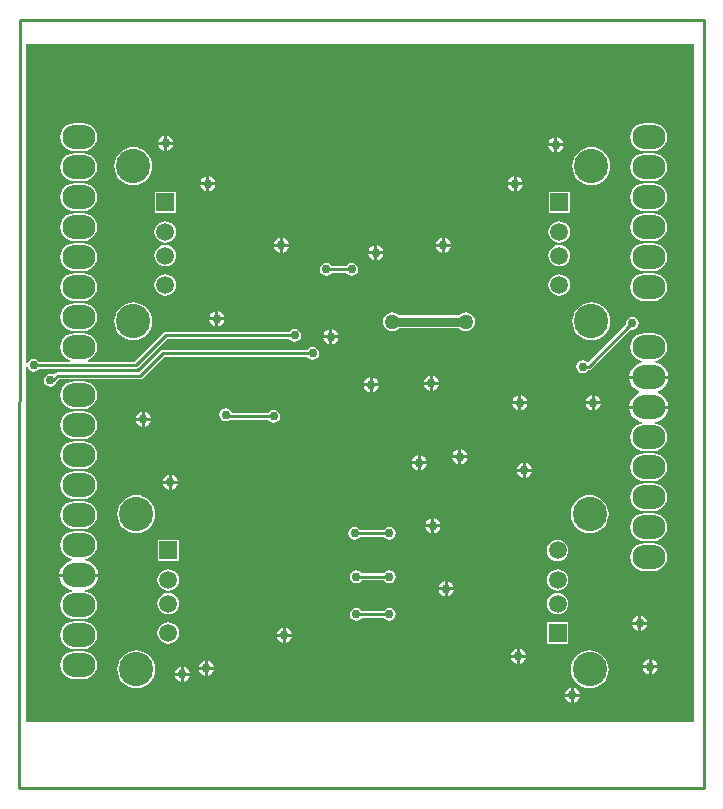
<source format=gbl>
G04 Layer_Physical_Order=2*
G04 Layer_Color=11436288*
%FSLAX25Y25*%
%MOIN*%
G70*
G01*
G75*
%ADD24C,0.01000*%
%ADD25C,0.03000*%
%ADD26C,0.05906*%
%ADD27R,0.05906X0.05906*%
%ADD28C,0.11417*%
%ADD29O,0.11000X0.08000*%
%ADD30C,0.03000*%
%ADD31C,0.05000*%
G36*
X400000Y277500D02*
X177500D01*
Y395741D01*
X178000Y395790D01*
X178022Y395681D01*
X178486Y394986D01*
X179181Y394522D01*
X180000Y394359D01*
X180819Y394522D01*
X181514Y394986D01*
X181776Y395378D01*
X214000D01*
X214000Y395378D01*
X214429Y395464D01*
X214793Y395707D01*
X224465Y405378D01*
X265224D01*
X265486Y404986D01*
X266181Y404522D01*
X267000Y404359D01*
X267819Y404522D01*
X268514Y404986D01*
X268978Y405681D01*
X269141Y406500D01*
X268978Y407319D01*
X268514Y408014D01*
X267819Y408478D01*
X267000Y408641D01*
X266181Y408478D01*
X265486Y408014D01*
X265224Y407621D01*
X224000D01*
X224000Y407622D01*
X223571Y407536D01*
X223207Y407293D01*
X223207Y407293D01*
X213535Y397621D01*
X198049D01*
X197950Y398122D01*
X198820Y398482D01*
X199781Y399219D01*
X200518Y400180D01*
X200982Y401299D01*
X201140Y402500D01*
X200982Y403701D01*
X200518Y404820D01*
X199781Y405781D01*
X198820Y406518D01*
X197701Y406982D01*
X196500Y407140D01*
X193500D01*
X192299Y406982D01*
X191180Y406518D01*
X190219Y405781D01*
X189482Y404820D01*
X189018Y403701D01*
X188860Y402500D01*
X189018Y401299D01*
X189482Y400180D01*
X190219Y399219D01*
X191180Y398482D01*
X192050Y398122D01*
X191951Y397621D01*
X181776D01*
X181514Y398014D01*
X180819Y398478D01*
X180000Y398641D01*
X179181Y398478D01*
X178486Y398014D01*
X178022Y397319D01*
X178000Y397210D01*
X177500Y397259D01*
Y503500D01*
X400000D01*
Y277500D01*
D02*
G37*
%LPC*%
G36*
X312500Y345449D02*
X312024Y345355D01*
X311198Y344802D01*
X310645Y343975D01*
X310550Y343500D01*
X312500D01*
Y345449D01*
D02*
G37*
G36*
X313500D02*
Y343500D01*
X315450D01*
X315355Y343975D01*
X314802Y344802D01*
X313976Y345355D01*
X313500Y345449D01*
D02*
G37*
G36*
X298500Y342641D02*
X297681Y342478D01*
X296986Y342014D01*
X296724Y341621D01*
X288776D01*
X288514Y342014D01*
X287819Y342478D01*
X287000Y342641D01*
X286181Y342478D01*
X285486Y342014D01*
X285022Y341319D01*
X284859Y340500D01*
X285022Y339681D01*
X285486Y338986D01*
X286181Y338522D01*
X287000Y338359D01*
X287819Y338522D01*
X288514Y338986D01*
X288776Y339378D01*
X296724D01*
X296986Y338986D01*
X297681Y338522D01*
X298500Y338359D01*
X299319Y338522D01*
X300014Y338986D01*
X300478Y339681D01*
X300641Y340500D01*
X300478Y341319D01*
X300014Y342014D01*
X299319Y342478D01*
X298500Y342641D01*
D02*
G37*
G36*
X196500Y351140D02*
X193500D01*
X192299Y350982D01*
X191180Y350518D01*
X190219Y349781D01*
X189482Y348820D01*
X189018Y347701D01*
X188860Y346500D01*
X189018Y345299D01*
X189482Y344180D01*
X190219Y343219D01*
X191180Y342482D01*
X192299Y342018D01*
X193500Y341860D01*
X196500D01*
X197701Y342018D01*
X198820Y342482D01*
X199781Y343219D01*
X200518Y344180D01*
X200982Y345299D01*
X201140Y346500D01*
X200982Y347701D01*
X200518Y348820D01*
X199781Y349781D01*
X198820Y350518D01*
X197701Y350982D01*
X196500Y351140D01*
D02*
G37*
G36*
X386500Y357140D02*
X383500D01*
X382299Y356982D01*
X381180Y356518D01*
X380219Y355781D01*
X379482Y354820D01*
X379018Y353701D01*
X378860Y352500D01*
X379018Y351299D01*
X379482Y350180D01*
X380219Y349219D01*
X381180Y348482D01*
X382299Y348018D01*
X383500Y347860D01*
X386500D01*
X387701Y348018D01*
X388820Y348482D01*
X389781Y349219D01*
X390518Y350180D01*
X390982Y351299D01*
X391140Y352500D01*
X390982Y353701D01*
X390518Y354820D01*
X389781Y355781D01*
X388820Y356518D01*
X387701Y356982D01*
X386500Y357140D01*
D02*
G37*
G36*
X227950Y357000D02*
X226000D01*
Y355050D01*
X226476Y355145D01*
X227302Y355698D01*
X227855Y356524D01*
X227950Y357000D01*
D02*
G37*
G36*
X386500Y367140D02*
X383500D01*
X382299Y366982D01*
X381180Y366518D01*
X380219Y365781D01*
X379482Y364820D01*
X379018Y363701D01*
X378860Y362500D01*
X379018Y361299D01*
X379482Y360180D01*
X380219Y359219D01*
X381180Y358482D01*
X382299Y358018D01*
X383500Y357860D01*
X386500D01*
X387701Y358018D01*
X388820Y358482D01*
X389781Y359219D01*
X390518Y360180D01*
X390982Y361299D01*
X391140Y362500D01*
X390982Y363701D01*
X390518Y364820D01*
X389781Y365781D01*
X388820Y366518D01*
X387701Y366982D01*
X386500Y367140D01*
D02*
G37*
G36*
X196500Y361140D02*
X193500D01*
X192299Y360982D01*
X191180Y360518D01*
X190219Y359781D01*
X189482Y358820D01*
X189018Y357701D01*
X188860Y356500D01*
X189018Y355299D01*
X189482Y354180D01*
X190219Y353219D01*
X191180Y352482D01*
X192299Y352018D01*
X193500Y351860D01*
X196500D01*
X197701Y352018D01*
X198820Y352482D01*
X199781Y353219D01*
X200518Y354180D01*
X200982Y355299D01*
X201140Y356500D01*
X200982Y357701D01*
X200518Y358820D01*
X199781Y359781D01*
X198820Y360518D01*
X197701Y360982D01*
X196500Y361140D01*
D02*
G37*
G36*
X225000Y357000D02*
X223050D01*
X223145Y356524D01*
X223698Y355698D01*
X224524Y355145D01*
X225000Y355050D01*
Y357000D01*
D02*
G37*
G36*
X315450Y342500D02*
X313500D01*
Y340550D01*
X313976Y340645D01*
X314802Y341198D01*
X315355Y342024D01*
X315450Y342500D01*
D02*
G37*
G36*
X386500Y337140D02*
X383500D01*
X382299Y336982D01*
X381180Y336518D01*
X380219Y335781D01*
X379482Y334820D01*
X379018Y333701D01*
X378860Y332500D01*
X379018Y331299D01*
X379482Y330180D01*
X380219Y329219D01*
X381180Y328482D01*
X382299Y328018D01*
X383500Y327860D01*
X386500D01*
X387701Y328018D01*
X388820Y328482D01*
X389781Y329219D01*
X390518Y330180D01*
X390982Y331299D01*
X391140Y332500D01*
X390982Y333701D01*
X390518Y334820D01*
X389781Y335781D01*
X388820Y336518D01*
X387701Y336982D01*
X386500Y337140D01*
D02*
G37*
G36*
X354665Y338363D02*
X353738Y338241D01*
X352874Y337883D01*
X352132Y337313D01*
X351562Y336571D01*
X351204Y335707D01*
X351082Y334780D01*
X351204Y333852D01*
X351562Y332988D01*
X352132Y332246D01*
X352874Y331676D01*
X353738Y331318D01*
X354665Y331196D01*
X355593Y331318D01*
X356457Y331676D01*
X357199Y332246D01*
X357769Y332988D01*
X358127Y333852D01*
X358249Y334780D01*
X358127Y335707D01*
X357769Y336571D01*
X357199Y337313D01*
X356457Y337883D01*
X355593Y338241D01*
X354665Y338363D01*
D02*
G37*
G36*
X298500Y328141D02*
X297681Y327978D01*
X296986Y327514D01*
X296724Y327121D01*
X289276D01*
X289014Y327514D01*
X288319Y327978D01*
X287500Y328141D01*
X286681Y327978D01*
X285986Y327514D01*
X285522Y326819D01*
X285359Y326000D01*
X285522Y325181D01*
X285986Y324486D01*
X286681Y324022D01*
X287500Y323859D01*
X288319Y324022D01*
X289014Y324486D01*
X289276Y324879D01*
X296724D01*
X296986Y324486D01*
X297681Y324022D01*
X298500Y323859D01*
X299319Y324022D01*
X300014Y324486D01*
X300478Y325181D01*
X300641Y326000D01*
X300478Y326819D01*
X300014Y327514D01*
X299319Y327978D01*
X298500Y328141D01*
D02*
G37*
G36*
X318000Y324449D02*
Y322500D01*
X319950D01*
X319855Y322975D01*
X319302Y323802D01*
X318476Y324355D01*
X318000Y324449D01*
D02*
G37*
G36*
X196500Y341140D02*
X193500D01*
X192299Y340982D01*
X191180Y340518D01*
X190219Y339781D01*
X189482Y338820D01*
X189018Y337701D01*
X188860Y336500D01*
X189018Y335299D01*
X189482Y334180D01*
X190219Y333219D01*
X191180Y332482D01*
X192299Y332018D01*
X192789Y331954D01*
Y331450D01*
X192195Y331371D01*
X190978Y330868D01*
X189934Y330066D01*
X189132Y329022D01*
X188629Y327805D01*
X188523Y327000D01*
X201477D01*
X201371Y327805D01*
X200868Y329022D01*
X200066Y330066D01*
X199022Y330868D01*
X197805Y331371D01*
X197211Y331450D01*
Y331954D01*
X197701Y332018D01*
X198820Y332482D01*
X199781Y333219D01*
X200518Y334180D01*
X200982Y335299D01*
X201140Y336500D01*
X200982Y337701D01*
X200518Y338820D01*
X199781Y339781D01*
X198820Y340518D01*
X197701Y340982D01*
X196500Y341140D01*
D02*
G37*
G36*
X365335Y353205D02*
X364098Y353083D01*
X362909Y352723D01*
X361813Y352137D01*
X360852Y351349D01*
X360064Y350388D01*
X359478Y349292D01*
X359117Y348103D01*
X358996Y346866D01*
X359117Y345629D01*
X359478Y344440D01*
X360064Y343344D01*
X360852Y342384D01*
X361813Y341595D01*
X362909Y341009D01*
X364098Y340649D01*
X365335Y340527D01*
X366571Y340649D01*
X367760Y341009D01*
X368857Y341595D01*
X369817Y342384D01*
X370605Y343344D01*
X371191Y344440D01*
X371552Y345629D01*
X371674Y346866D01*
X371552Y348103D01*
X371191Y349292D01*
X370605Y350388D01*
X369817Y351349D01*
X368857Y352137D01*
X367760Y352723D01*
X366571Y353083D01*
X365335Y353205D01*
D02*
G37*
G36*
X312500Y342500D02*
X310550D01*
X310645Y342024D01*
X311198Y341198D01*
X312024Y340645D01*
X312500Y340550D01*
Y342500D01*
D02*
G37*
G36*
X214165Y353205D02*
X212929Y353083D01*
X211739Y352723D01*
X210644Y352137D01*
X209683Y351349D01*
X208894Y350388D01*
X208309Y349292D01*
X207948Y348103D01*
X207826Y346866D01*
X207948Y345629D01*
X208309Y344440D01*
X208894Y343344D01*
X209683Y342384D01*
X210644Y341595D01*
X211739Y341009D01*
X212929Y340649D01*
X214165Y340527D01*
X215402Y340649D01*
X216591Y341009D01*
X217687Y341595D01*
X218648Y342384D01*
X219436Y343344D01*
X220022Y344440D01*
X220383Y345629D01*
X220504Y346866D01*
X220383Y348103D01*
X220022Y349292D01*
X219436Y350388D01*
X218648Y351349D01*
X217687Y352137D01*
X216591Y352723D01*
X215402Y353083D01*
X214165Y353205D01*
D02*
G37*
G36*
X228387Y338332D02*
X221282D01*
Y331227D01*
X228387D01*
Y338332D01*
D02*
G37*
G36*
X386500Y347140D02*
X383500D01*
X382299Y346982D01*
X381180Y346518D01*
X380219Y345781D01*
X379482Y344820D01*
X379018Y343701D01*
X378860Y342500D01*
X379018Y341299D01*
X379482Y340180D01*
X380219Y339219D01*
X381180Y338482D01*
X382299Y338018D01*
X383500Y337860D01*
X386500D01*
X387701Y338018D01*
X388820Y338482D01*
X389781Y339219D01*
X390518Y340180D01*
X390982Y341299D01*
X391140Y342500D01*
X390982Y343701D01*
X390518Y344820D01*
X389781Y345781D01*
X388820Y346518D01*
X387701Y346982D01*
X386500Y347140D01*
D02*
G37*
G36*
X322500Y368449D02*
Y366500D01*
X324449D01*
X324355Y366975D01*
X323802Y367802D01*
X322975Y368355D01*
X322500Y368449D01*
D02*
G37*
G36*
X391477Y382000D02*
X378523D01*
X378629Y381195D01*
X379133Y379978D01*
X379934Y378934D01*
X380978Y378133D01*
X382195Y377629D01*
X382789Y377550D01*
Y377046D01*
X382299Y376982D01*
X381180Y376518D01*
X380219Y375781D01*
X379482Y374820D01*
X379018Y373701D01*
X378860Y372500D01*
X379018Y371299D01*
X379482Y370180D01*
X380219Y369219D01*
X381180Y368482D01*
X382299Y368018D01*
X383500Y367860D01*
X386500D01*
X387701Y368018D01*
X388820Y368482D01*
X389781Y369219D01*
X390518Y370180D01*
X390982Y371299D01*
X391140Y372500D01*
X390982Y373701D01*
X390518Y374820D01*
X389781Y375781D01*
X388820Y376518D01*
X387701Y376982D01*
X387211Y377046D01*
Y377550D01*
X387805Y377629D01*
X389022Y378133D01*
X390066Y378934D01*
X390867Y379978D01*
X391371Y381195D01*
X391477Y382000D01*
D02*
G37*
G36*
X321500Y368449D02*
X321024Y368355D01*
X320198Y367802D01*
X319645Y366975D01*
X319550Y366500D01*
X321500D01*
Y368449D01*
D02*
G37*
G36*
X308000Y366449D02*
X307524Y366355D01*
X306698Y365802D01*
X306145Y364976D01*
X306050Y364500D01*
X308000D01*
Y366449D01*
D02*
G37*
G36*
X309000D02*
Y364500D01*
X310949D01*
X310855Y364976D01*
X310302Y365802D01*
X309475Y366355D01*
X309000Y366449D01*
D02*
G37*
G36*
X244000Y382141D02*
X243181Y381978D01*
X242486Y381514D01*
X242022Y380819D01*
X241859Y380000D01*
X242022Y379181D01*
X242486Y378486D01*
X243181Y378022D01*
X244000Y377859D01*
X244819Y378022D01*
X245353Y378379D01*
X258224D01*
X258486Y377986D01*
X259181Y377522D01*
X260000Y377359D01*
X260819Y377522D01*
X261514Y377986D01*
X261978Y378681D01*
X262141Y379500D01*
X261978Y380319D01*
X261514Y381014D01*
X260819Y381478D01*
X260000Y381641D01*
X259181Y381478D01*
X258486Y381014D01*
X258224Y380622D01*
X246018D01*
X245978Y380819D01*
X245514Y381514D01*
X244819Y381978D01*
X244000Y382141D01*
D02*
G37*
G36*
X216000Y380949D02*
X215525Y380855D01*
X214698Y380302D01*
X214145Y379475D01*
X214051Y379000D01*
X216000D01*
Y380949D01*
D02*
G37*
G36*
X218950Y378000D02*
X217000D01*
Y376050D01*
X217476Y376145D01*
X218302Y376698D01*
X218855Y377524D01*
X218950Y378000D01*
D02*
G37*
G36*
X196500Y381140D02*
X193500D01*
X192299Y380982D01*
X191180Y380518D01*
X190219Y379781D01*
X189482Y378820D01*
X189018Y377701D01*
X188860Y376500D01*
X189018Y375299D01*
X189482Y374180D01*
X190219Y373219D01*
X191180Y372482D01*
X192299Y372018D01*
X193500Y371860D01*
X196500D01*
X197701Y372018D01*
X198820Y372482D01*
X199781Y373219D01*
X200518Y374180D01*
X200982Y375299D01*
X201140Y376500D01*
X200982Y377701D01*
X200518Y378820D01*
X199781Y379781D01*
X198820Y380518D01*
X197701Y380982D01*
X196500Y381140D01*
D02*
G37*
G36*
X216000Y378000D02*
X214051D01*
X214145Y377524D01*
X214698Y376698D01*
X215525Y376145D01*
X216000Y376050D01*
Y378000D01*
D02*
G37*
G36*
X324449Y365500D02*
X322500D01*
Y363550D01*
X322975Y363645D01*
X323802Y364198D01*
X324355Y365024D01*
X324449Y365500D01*
D02*
G37*
G36*
X345950Y361000D02*
X344000D01*
Y359050D01*
X344476Y359145D01*
X345302Y359698D01*
X345855Y360525D01*
X345950Y361000D01*
D02*
G37*
G36*
X308000Y363500D02*
X306050D01*
X306145Y363024D01*
X306698Y362198D01*
X307524Y361645D01*
X308000Y361550D01*
Y363500D01*
D02*
G37*
G36*
X343000Y361000D02*
X341051D01*
X341145Y360525D01*
X341698Y359698D01*
X342525Y359145D01*
X343000Y359050D01*
Y361000D01*
D02*
G37*
G36*
X225000Y359949D02*
X224524Y359855D01*
X223698Y359302D01*
X223145Y358475D01*
X223050Y358000D01*
X225000D01*
Y359949D01*
D02*
G37*
G36*
X226000D02*
Y358000D01*
X227950D01*
X227855Y358475D01*
X227302Y359302D01*
X226476Y359855D01*
X226000Y359949D01*
D02*
G37*
G36*
X344000Y363949D02*
Y362000D01*
X345950D01*
X345855Y362475D01*
X345302Y363302D01*
X344476Y363855D01*
X344000Y363949D01*
D02*
G37*
G36*
X321500Y365500D02*
X319550D01*
X319645Y365024D01*
X320198Y364198D01*
X321024Y363645D01*
X321500Y363550D01*
Y365500D01*
D02*
G37*
G36*
X343000Y363949D02*
X342525Y363855D01*
X341698Y363302D01*
X341145Y362475D01*
X341051Y362000D01*
X343000D01*
Y363949D01*
D02*
G37*
G36*
X310949Y363500D02*
X309000D01*
Y361550D01*
X309475Y361645D01*
X310302Y362198D01*
X310855Y363024D01*
X310949Y363500D01*
D02*
G37*
G36*
X196500Y371140D02*
X193500D01*
X192299Y370982D01*
X191180Y370518D01*
X190219Y369781D01*
X189482Y368820D01*
X189018Y367701D01*
X188860Y366500D01*
X189018Y365299D01*
X189482Y364180D01*
X190219Y363219D01*
X191180Y362482D01*
X192299Y362018D01*
X193500Y361860D01*
X196500D01*
X197701Y362018D01*
X198820Y362482D01*
X199781Y363219D01*
X200518Y364180D01*
X200982Y365299D01*
X201140Y366500D01*
X200982Y367701D01*
X200518Y368820D01*
X199781Y369781D01*
X198820Y370518D01*
X197701Y370982D01*
X196500Y371140D01*
D02*
G37*
G36*
X317000Y324449D02*
X316525Y324355D01*
X315698Y323802D01*
X315145Y322975D01*
X315051Y322500D01*
X317000D01*
Y324449D01*
D02*
G37*
G36*
X230000Y295950D02*
Y294000D01*
X231949D01*
X231855Y294476D01*
X231302Y295302D01*
X230475Y295855D01*
X230000Y295950D01*
D02*
G37*
G36*
X237000Y297950D02*
X236525Y297855D01*
X235698Y297302D01*
X235145Y296476D01*
X235051Y296000D01*
X237000D01*
Y297950D01*
D02*
G37*
G36*
X229000Y295950D02*
X228524Y295855D01*
X227698Y295302D01*
X227145Y294476D01*
X227050Y294000D01*
X229000D01*
Y295950D01*
D02*
G37*
G36*
X385000Y295500D02*
X383050D01*
X383145Y295024D01*
X383698Y294198D01*
X384524Y293645D01*
X385000Y293550D01*
Y295500D01*
D02*
G37*
G36*
X387949D02*
X386000D01*
Y293550D01*
X386475Y293645D01*
X387302Y294198D01*
X387855Y295024D01*
X387949Y295500D01*
D02*
G37*
G36*
X341000Y299000D02*
X339051D01*
X339145Y298524D01*
X339698Y297698D01*
X340525Y297145D01*
X341000Y297050D01*
Y299000D01*
D02*
G37*
G36*
X343950D02*
X342000D01*
Y297050D01*
X342476Y297145D01*
X343302Y297698D01*
X343855Y298524D01*
X343950Y299000D01*
D02*
G37*
G36*
X386000Y298449D02*
Y296500D01*
X387949D01*
X387855Y296975D01*
X387302Y297802D01*
X386475Y298355D01*
X386000Y298449D01*
D02*
G37*
G36*
X238000Y297950D02*
Y296000D01*
X239949D01*
X239855Y296476D01*
X239302Y297302D01*
X238475Y297855D01*
X238000Y297950D01*
D02*
G37*
G36*
X385000Y298449D02*
X384524Y298355D01*
X383698Y297802D01*
X383145Y296975D01*
X383050Y296500D01*
X385000D01*
Y298449D01*
D02*
G37*
G36*
X239949Y295000D02*
X238000D01*
Y293051D01*
X238475Y293145D01*
X239302Y293698D01*
X239855Y294525D01*
X239949Y295000D01*
D02*
G37*
G36*
X360000Y288949D02*
Y287000D01*
X361949D01*
X361855Y287475D01*
X361302Y288302D01*
X360475Y288855D01*
X360000Y288949D01*
D02*
G37*
G36*
X214165Y301473D02*
X212929Y301351D01*
X211739Y300991D01*
X210644Y300405D01*
X209683Y299616D01*
X208894Y298656D01*
X208309Y297560D01*
X207948Y296371D01*
X207826Y295134D01*
X207948Y293897D01*
X208309Y292708D01*
X208894Y291612D01*
X209683Y290651D01*
X210644Y289863D01*
X211739Y289277D01*
X212929Y288916D01*
X214165Y288795D01*
X215402Y288916D01*
X216591Y289277D01*
X217687Y289863D01*
X218648Y290651D01*
X219436Y291612D01*
X220022Y292708D01*
X220383Y293897D01*
X220504Y295134D01*
X220383Y296371D01*
X220022Y297560D01*
X219436Y298656D01*
X218648Y299616D01*
X217687Y300405D01*
X216591Y300991D01*
X215402Y301351D01*
X214165Y301473D01*
D02*
G37*
G36*
X359000Y288949D02*
X358524Y288855D01*
X357698Y288302D01*
X357145Y287475D01*
X357050Y287000D01*
X359000D01*
Y288949D01*
D02*
G37*
G36*
Y286000D02*
X357050D01*
X357145Y285525D01*
X357698Y284698D01*
X358524Y284145D01*
X359000Y284050D01*
Y286000D01*
D02*
G37*
G36*
X361949D02*
X360000D01*
Y284050D01*
X360475Y284145D01*
X361302Y284698D01*
X361855Y285525D01*
X361949Y286000D01*
D02*
G37*
G36*
X196500Y301140D02*
X193500D01*
X192299Y300982D01*
X191180Y300518D01*
X190219Y299781D01*
X189482Y298820D01*
X189018Y297701D01*
X188860Y296500D01*
X189018Y295299D01*
X189482Y294180D01*
X190219Y293219D01*
X191180Y292482D01*
X192299Y292018D01*
X193500Y291860D01*
X196500D01*
X197701Y292018D01*
X198820Y292482D01*
X199781Y293219D01*
X200518Y294180D01*
X200982Y295299D01*
X201140Y296500D01*
X200982Y297701D01*
X200518Y298820D01*
X199781Y299781D01*
X198820Y300518D01*
X197701Y300982D01*
X196500Y301140D01*
D02*
G37*
G36*
X237000Y295000D02*
X235051D01*
X235145Y294525D01*
X235698Y293698D01*
X236525Y293145D01*
X237000Y293051D01*
Y295000D01*
D02*
G37*
G36*
X231949Y293000D02*
X230000D01*
Y291051D01*
X230475Y291145D01*
X231302Y291698D01*
X231855Y292525D01*
X231949Y293000D01*
D02*
G37*
G36*
X365335Y301473D02*
X364098Y301351D01*
X362909Y300991D01*
X361813Y300405D01*
X360852Y299616D01*
X360064Y298656D01*
X359478Y297560D01*
X359117Y296371D01*
X358996Y295134D01*
X359117Y293897D01*
X359478Y292708D01*
X360064Y291612D01*
X360852Y290651D01*
X361813Y289863D01*
X362909Y289277D01*
X364098Y288916D01*
X365335Y288795D01*
X366571Y288916D01*
X367760Y289277D01*
X368857Y289863D01*
X369817Y290651D01*
X370605Y291612D01*
X371191Y292708D01*
X371552Y293897D01*
X371674Y295134D01*
X371552Y296371D01*
X371191Y297560D01*
X370605Y298656D01*
X369817Y299616D01*
X368857Y300405D01*
X367760Y300991D01*
X366571Y301351D01*
X365335Y301473D01*
D02*
G37*
G36*
X229000Y293000D02*
X227050D01*
X227145Y292525D01*
X227698Y291698D01*
X228524Y291145D01*
X229000Y291051D01*
Y293000D01*
D02*
G37*
G36*
X224835Y320646D02*
X223907Y320524D01*
X223043Y320166D01*
X222301Y319597D01*
X221731Y318855D01*
X221373Y317990D01*
X221251Y317063D01*
X221373Y316136D01*
X221731Y315271D01*
X222301Y314529D01*
X223043Y313960D01*
X223907Y313602D01*
X224835Y313480D01*
X225762Y313602D01*
X226626Y313960D01*
X227368Y314529D01*
X227938Y315271D01*
X228296Y316136D01*
X228418Y317063D01*
X228296Y317990D01*
X227938Y318855D01*
X227368Y319597D01*
X226626Y320166D01*
X225762Y320524D01*
X224835Y320646D01*
D02*
G37*
G36*
X354665D02*
X353738Y320524D01*
X352874Y320166D01*
X352132Y319597D01*
X351562Y318855D01*
X351204Y317990D01*
X351082Y317063D01*
X351204Y316136D01*
X351562Y315271D01*
X352132Y314529D01*
X352874Y313960D01*
X353738Y313602D01*
X354665Y313480D01*
X355593Y313602D01*
X356457Y313960D01*
X357199Y314529D01*
X357769Y315271D01*
X358127Y316136D01*
X358249Y317063D01*
X358127Y317990D01*
X357769Y318855D01*
X357199Y319597D01*
X356457Y320166D01*
X355593Y320524D01*
X354665Y320646D01*
D02*
G37*
G36*
X201477Y326000D02*
X188523D01*
X188629Y325195D01*
X189132Y323978D01*
X189934Y322934D01*
X190978Y322132D01*
X192195Y321629D01*
X192789Y321550D01*
Y321046D01*
X192299Y320982D01*
X191180Y320518D01*
X190219Y319781D01*
X189482Y318820D01*
X189018Y317701D01*
X188860Y316500D01*
X189018Y315299D01*
X189482Y314180D01*
X190219Y313219D01*
X191180Y312482D01*
X192299Y312018D01*
X193500Y311860D01*
X196500D01*
X197701Y312018D01*
X198820Y312482D01*
X199781Y313219D01*
X200518Y314180D01*
X200982Y315299D01*
X201140Y316500D01*
X200982Y317701D01*
X200518Y318820D01*
X199781Y319781D01*
X198820Y320518D01*
X197701Y320982D01*
X197211Y321046D01*
Y321550D01*
X197805Y321629D01*
X199022Y322132D01*
X200066Y322934D01*
X200868Y323978D01*
X201371Y325195D01*
X201477Y326000D01*
D02*
G37*
G36*
X381500Y312949D02*
X381025Y312855D01*
X380198Y312302D01*
X379645Y311475D01*
X379551Y311000D01*
X381500D01*
Y312949D01*
D02*
G37*
G36*
X382500D02*
Y311000D01*
X384450D01*
X384355Y311475D01*
X383802Y312302D01*
X382976Y312855D01*
X382500Y312949D01*
D02*
G37*
G36*
X224835Y328520D02*
X223907Y328398D01*
X223043Y328040D01*
X222301Y327471D01*
X221731Y326729D01*
X221373Y325865D01*
X221251Y324937D01*
X221373Y324010D01*
X221731Y323145D01*
X222301Y322403D01*
X223043Y321834D01*
X223907Y321476D01*
X224835Y321354D01*
X225762Y321476D01*
X226626Y321834D01*
X227368Y322403D01*
X227938Y323145D01*
X228296Y324010D01*
X228418Y324937D01*
X228296Y325865D01*
X227938Y326729D01*
X227368Y327471D01*
X226626Y328040D01*
X225762Y328398D01*
X224835Y328520D01*
D02*
G37*
G36*
X354665D02*
X353738Y328398D01*
X352874Y328040D01*
X352132Y327471D01*
X351562Y326729D01*
X351204Y325865D01*
X351082Y324937D01*
X351204Y324010D01*
X351562Y323145D01*
X352132Y322403D01*
X352874Y321834D01*
X353738Y321476D01*
X354665Y321354D01*
X355593Y321476D01*
X356457Y321834D01*
X357199Y322403D01*
X357769Y323145D01*
X358127Y324010D01*
X358249Y324937D01*
X358127Y325865D01*
X357769Y326729D01*
X357199Y327471D01*
X356457Y328040D01*
X355593Y328398D01*
X354665Y328520D01*
D02*
G37*
G36*
X319950Y321500D02*
X318000D01*
Y319550D01*
X318476Y319645D01*
X319302Y320198D01*
X319855Y321024D01*
X319950Y321500D01*
D02*
G37*
G36*
X298500Y315641D02*
X297681Y315478D01*
X296986Y315014D01*
X296724Y314621D01*
X289276D01*
X289014Y315014D01*
X288319Y315478D01*
X287500Y315641D01*
X286681Y315478D01*
X285986Y315014D01*
X285522Y314319D01*
X285359Y313500D01*
X285522Y312681D01*
X285986Y311986D01*
X286681Y311522D01*
X287500Y311359D01*
X288319Y311522D01*
X289014Y311986D01*
X289276Y312379D01*
X296724D01*
X296986Y311986D01*
X297681Y311522D01*
X298500Y311359D01*
X299319Y311522D01*
X300014Y311986D01*
X300478Y312681D01*
X300641Y313500D01*
X300478Y314319D01*
X300014Y315014D01*
X299319Y315478D01*
X298500Y315641D01*
D02*
G37*
G36*
X317000Y321500D02*
X315051D01*
X315145Y321024D01*
X315698Y320198D01*
X316525Y319645D01*
X317000Y319550D01*
Y321500D01*
D02*
G37*
G36*
X384450Y310000D02*
X382500D01*
Y308050D01*
X382976Y308145D01*
X383802Y308698D01*
X384355Y309524D01*
X384450Y310000D01*
D02*
G37*
G36*
X224835Y310804D02*
X223907Y310682D01*
X223043Y310324D01*
X222301Y309754D01*
X221731Y309012D01*
X221373Y308148D01*
X221251Y307221D01*
X221373Y306293D01*
X221731Y305429D01*
X222301Y304687D01*
X223043Y304117D01*
X223907Y303759D01*
X224835Y303637D01*
X225762Y303759D01*
X226626Y304117D01*
X227368Y304687D01*
X227938Y305429D01*
X228296Y306293D01*
X228418Y307221D01*
X228296Y308148D01*
X227938Y309012D01*
X227368Y309754D01*
X226626Y310324D01*
X225762Y310682D01*
X224835Y310804D01*
D02*
G37*
G36*
X358218Y310773D02*
X351113D01*
Y303668D01*
X358218D01*
Y310773D01*
D02*
G37*
G36*
X196500Y311140D02*
X193500D01*
X192299Y310982D01*
X191180Y310518D01*
X190219Y309781D01*
X189482Y308820D01*
X189018Y307701D01*
X188860Y306500D01*
X189018Y305299D01*
X189482Y304180D01*
X190219Y303219D01*
X191180Y302482D01*
X192299Y302018D01*
X193500Y301860D01*
X196500D01*
X197701Y302018D01*
X198820Y302482D01*
X199781Y303219D01*
X200518Y304180D01*
X200982Y305299D01*
X201140Y306500D01*
X200982Y307701D01*
X200518Y308820D01*
X199781Y309781D01*
X198820Y310518D01*
X197701Y310982D01*
X196500Y311140D01*
D02*
G37*
G36*
X341000Y301950D02*
X340525Y301855D01*
X339698Y301302D01*
X339145Y300476D01*
X339051Y300000D01*
X341000D01*
Y301950D01*
D02*
G37*
G36*
X342000D02*
Y300000D01*
X343950D01*
X343855Y300476D01*
X343302Y301302D01*
X342476Y301855D01*
X342000Y301950D01*
D02*
G37*
G36*
X264000Y308949D02*
Y307000D01*
X265950D01*
X265855Y307475D01*
X265302Y308302D01*
X264475Y308855D01*
X264000Y308949D01*
D02*
G37*
G36*
X381500Y310000D02*
X379551D01*
X379645Y309524D01*
X380198Y308698D01*
X381025Y308145D01*
X381500Y308050D01*
Y310000D01*
D02*
G37*
G36*
X263000Y308949D02*
X262525Y308855D01*
X261698Y308302D01*
X261145Y307475D01*
X261051Y307000D01*
X263000D01*
Y308949D01*
D02*
G37*
G36*
Y306000D02*
X261051D01*
X261145Y305524D01*
X261698Y304698D01*
X262525Y304145D01*
X263000Y304050D01*
Y306000D01*
D02*
G37*
G36*
X265950D02*
X264000D01*
Y304050D01*
X264475Y304145D01*
X265302Y304698D01*
X265855Y305524D01*
X265950Y306000D01*
D02*
G37*
G36*
X217000Y380949D02*
Y379000D01*
X218950D01*
X218855Y379475D01*
X218302Y380302D01*
X217476Y380855D01*
X217000Y380949D01*
D02*
G37*
G36*
X196500Y447140D02*
X193500D01*
X192299Y446982D01*
X191180Y446518D01*
X190219Y445781D01*
X189482Y444820D01*
X189018Y443701D01*
X188860Y442500D01*
X189018Y441299D01*
X189482Y440180D01*
X190219Y439219D01*
X191180Y438482D01*
X192299Y438018D01*
X193500Y437860D01*
X196500D01*
X197701Y438018D01*
X198820Y438482D01*
X199781Y439219D01*
X200518Y440180D01*
X200982Y441299D01*
X201140Y442500D01*
X200982Y443701D01*
X200518Y444820D01*
X199781Y445781D01*
X198820Y446518D01*
X197701Y446982D01*
X196500Y447140D01*
D02*
G37*
G36*
X386500D02*
X383500D01*
X382299Y446982D01*
X381180Y446518D01*
X380219Y445781D01*
X379482Y444820D01*
X379018Y443701D01*
X378860Y442500D01*
X379018Y441299D01*
X379482Y440180D01*
X380219Y439219D01*
X381180Y438482D01*
X382299Y438018D01*
X383500Y437860D01*
X386500D01*
X387701Y438018D01*
X388820Y438482D01*
X389781Y439219D01*
X390518Y440180D01*
X390982Y441299D01*
X391140Y442500D01*
X390982Y443701D01*
X390518Y444820D01*
X389781Y445781D01*
X388820Y446518D01*
X387701Y446982D01*
X386500Y447140D01*
D02*
G37*
G36*
X355165Y444520D02*
X354238Y444398D01*
X353374Y444040D01*
X352631Y443471D01*
X352062Y442729D01*
X351704Y441864D01*
X351582Y440937D01*
X351704Y440010D01*
X352062Y439145D01*
X352631Y438403D01*
X353374Y437834D01*
X354238Y437476D01*
X355165Y437354D01*
X356093Y437476D01*
X356957Y437834D01*
X357699Y438403D01*
X358269Y439145D01*
X358627Y440010D01*
X358749Y440937D01*
X358627Y441864D01*
X358269Y442729D01*
X357699Y443471D01*
X356957Y444040D01*
X356093Y444398D01*
X355165Y444520D01*
D02*
G37*
G36*
X317000Y438949D02*
Y437000D01*
X318950D01*
X318855Y437475D01*
X318302Y438302D01*
X317476Y438855D01*
X317000Y438949D01*
D02*
G37*
G36*
X223835Y444520D02*
X222907Y444398D01*
X222043Y444040D01*
X221301Y443471D01*
X220731Y442729D01*
X220373Y441864D01*
X220251Y440937D01*
X220373Y440010D01*
X220731Y439145D01*
X221301Y438403D01*
X222043Y437834D01*
X222907Y437476D01*
X223835Y437354D01*
X224762Y437476D01*
X225626Y437834D01*
X226368Y438403D01*
X226938Y439145D01*
X227296Y440010D01*
X227418Y440937D01*
X227296Y441864D01*
X226938Y442729D01*
X226368Y443471D01*
X225626Y444040D01*
X224762Y444398D01*
X223835Y444520D01*
D02*
G37*
G36*
X386500Y457140D02*
X383500D01*
X382299Y456982D01*
X381180Y456518D01*
X380219Y455781D01*
X379482Y454820D01*
X379018Y453701D01*
X378860Y452500D01*
X379018Y451299D01*
X379482Y450180D01*
X380219Y449219D01*
X381180Y448482D01*
X382299Y448018D01*
X383500Y447860D01*
X386500D01*
X387701Y448018D01*
X388820Y448482D01*
X389781Y449219D01*
X390518Y450180D01*
X390982Y451299D01*
X391140Y452500D01*
X390982Y453701D01*
X390518Y454820D01*
X389781Y455781D01*
X388820Y456518D01*
X387701Y456982D01*
X386500Y457140D01*
D02*
G37*
G36*
X237500Y456500D02*
X235550D01*
X235645Y456025D01*
X236198Y455198D01*
X237024Y454645D01*
X237500Y454551D01*
Y456500D01*
D02*
G37*
G36*
X196500Y457140D02*
X193500D01*
X192299Y456982D01*
X191180Y456518D01*
X190219Y455781D01*
X189482Y454820D01*
X189018Y453701D01*
X188860Y452500D01*
X189018Y451299D01*
X189482Y450180D01*
X190219Y449219D01*
X191180Y448482D01*
X192299Y448018D01*
X193500Y447860D01*
X196500D01*
X197701Y448018D01*
X198820Y448482D01*
X199781Y449219D01*
X200518Y450180D01*
X200982Y451299D01*
X201140Y452500D01*
X200982Y453701D01*
X200518Y454820D01*
X199781Y455781D01*
X198820Y456518D01*
X197701Y456982D01*
X196500Y457140D01*
D02*
G37*
G36*
X227387Y454332D02*
X220282D01*
Y447227D01*
X227387D01*
Y454332D01*
D02*
G37*
G36*
X358718D02*
X351613D01*
Y447227D01*
X358718D01*
Y454332D01*
D02*
G37*
G36*
X316000Y438949D02*
X315525Y438855D01*
X314698Y438302D01*
X314145Y437475D01*
X314051Y437000D01*
X316000D01*
Y438949D01*
D02*
G37*
G36*
X264949Y436000D02*
X263000D01*
Y434051D01*
X263475Y434145D01*
X264302Y434698D01*
X264855Y435525D01*
X264949Y436000D01*
D02*
G37*
G36*
X316000D02*
X314051D01*
X314145Y435525D01*
X314698Y434698D01*
X315525Y434145D01*
X316000Y434051D01*
Y436000D01*
D02*
G37*
G36*
X262000D02*
X260051D01*
X260145Y435525D01*
X260698Y434698D01*
X261525Y434145D01*
X262000Y434051D01*
Y436000D01*
D02*
G37*
G36*
X293500Y433500D02*
X291550D01*
X291645Y433025D01*
X292198Y432198D01*
X293024Y431645D01*
X293500Y431551D01*
Y433500D01*
D02*
G37*
G36*
X296449D02*
X294500D01*
Y431551D01*
X294975Y431645D01*
X295802Y432198D01*
X296355Y433025D01*
X296449Y433500D01*
D02*
G37*
G36*
X262000Y438949D02*
X261525Y438855D01*
X260698Y438302D01*
X260145Y437475D01*
X260051Y437000D01*
X262000D01*
Y438949D01*
D02*
G37*
G36*
X263000D02*
Y437000D01*
X264949D01*
X264855Y437475D01*
X264302Y438302D01*
X263475Y438855D01*
X263000Y438949D01*
D02*
G37*
G36*
X294500Y436449D02*
Y434500D01*
X296449D01*
X296355Y434975D01*
X295802Y435802D01*
X294975Y436355D01*
X294500Y436449D01*
D02*
G37*
G36*
X318950Y436000D02*
X317000D01*
Y434051D01*
X317476Y434145D01*
X318302Y434698D01*
X318855Y435525D01*
X318950Y436000D01*
D02*
G37*
G36*
X293500Y436449D02*
X293024Y436355D01*
X292198Y435802D01*
X291645Y434975D01*
X291550Y434500D01*
X293500D01*
Y436449D01*
D02*
G37*
G36*
X386500Y477140D02*
X383500D01*
X382299Y476982D01*
X381180Y476518D01*
X380219Y475781D01*
X379482Y474820D01*
X379018Y473701D01*
X378860Y472500D01*
X379018Y471299D01*
X379482Y470180D01*
X380219Y469219D01*
X381180Y468482D01*
X382299Y468018D01*
X383500Y467860D01*
X386500D01*
X387701Y468018D01*
X388820Y468482D01*
X389781Y469219D01*
X390518Y470180D01*
X390982Y471299D01*
X391140Y472500D01*
X390982Y473701D01*
X390518Y474820D01*
X389781Y475781D01*
X388820Y476518D01*
X387701Y476982D01*
X386500Y477140D01*
D02*
G37*
G36*
X223500Y470000D02*
X221550D01*
X221645Y469524D01*
X222198Y468698D01*
X223025Y468145D01*
X223500Y468050D01*
Y470000D01*
D02*
G37*
G36*
X196500Y477140D02*
X193500D01*
X192299Y476982D01*
X191180Y476518D01*
X190219Y475781D01*
X189482Y474820D01*
X189018Y473701D01*
X188860Y472500D01*
X189018Y471299D01*
X189482Y470180D01*
X190219Y469219D01*
X191180Y468482D01*
X192299Y468018D01*
X193500Y467860D01*
X196500D01*
X197701Y468018D01*
X198820Y468482D01*
X199781Y469219D01*
X200518Y470180D01*
X200982Y471299D01*
X201140Y472500D01*
X200982Y473701D01*
X200518Y474820D01*
X199781Y475781D01*
X198820Y476518D01*
X197701Y476982D01*
X196500Y477140D01*
D02*
G37*
G36*
X353500Y469500D02*
X351551D01*
X351645Y469025D01*
X352198Y468198D01*
X353025Y467645D01*
X353500Y467551D01*
Y469500D01*
D02*
G37*
G36*
X356450D02*
X354500D01*
Y467551D01*
X354976Y467645D01*
X355802Y468198D01*
X356355Y469025D01*
X356450Y469500D01*
D02*
G37*
G36*
X223500Y472950D02*
X223025Y472855D01*
X222198Y472302D01*
X221645Y471476D01*
X221550Y471000D01*
X223500D01*
Y472950D01*
D02*
G37*
G36*
X224500D02*
Y471000D01*
X226449D01*
X226355Y471476D01*
X225802Y472302D01*
X224975Y472855D01*
X224500Y472950D01*
D02*
G37*
G36*
X354500Y472449D02*
Y470500D01*
X356450D01*
X356355Y470975D01*
X355802Y471802D01*
X354976Y472355D01*
X354500Y472449D01*
D02*
G37*
G36*
X226449Y470000D02*
X224500D01*
Y468050D01*
X224975Y468145D01*
X225802Y468698D01*
X226355Y469524D01*
X226449Y470000D01*
D02*
G37*
G36*
X353500Y472449D02*
X353025Y472355D01*
X352198Y471802D01*
X351645Y470975D01*
X351551Y470500D01*
X353500D01*
Y472449D01*
D02*
G37*
G36*
X386500Y467140D02*
X383500D01*
X382299Y466982D01*
X381180Y466518D01*
X380219Y465781D01*
X379482Y464820D01*
X379018Y463701D01*
X378860Y462500D01*
X379018Y461299D01*
X379482Y460180D01*
X380219Y459219D01*
X381180Y458482D01*
X382299Y458018D01*
X383500Y457860D01*
X386500D01*
X387701Y458018D01*
X388820Y458482D01*
X389781Y459219D01*
X390518Y460180D01*
X390982Y461299D01*
X391140Y462500D01*
X390982Y463701D01*
X390518Y464820D01*
X389781Y465781D01*
X388820Y466518D01*
X387701Y466982D01*
X386500Y467140D01*
D02*
G37*
G36*
X213165Y469205D02*
X211929Y469083D01*
X210739Y468723D01*
X209644Y468137D01*
X208683Y467349D01*
X207894Y466388D01*
X207309Y465292D01*
X206948Y464103D01*
X206826Y462866D01*
X206948Y461629D01*
X207309Y460440D01*
X207894Y459344D01*
X208683Y458384D01*
X209644Y457595D01*
X210739Y457010D01*
X211929Y456649D01*
X213165Y456527D01*
X214402Y456649D01*
X215591Y457010D01*
X216687Y457595D01*
X217648Y458384D01*
X218436Y459344D01*
X219022Y460440D01*
X219383Y461629D01*
X219504Y462866D01*
X219383Y464103D01*
X219022Y465292D01*
X218436Y466388D01*
X217648Y467349D01*
X216687Y468137D01*
X215591Y468723D01*
X214402Y469083D01*
X213165Y469205D01*
D02*
G37*
G36*
X365835D02*
X364598Y469083D01*
X363409Y468723D01*
X362313Y468137D01*
X361352Y467349D01*
X360564Y466388D01*
X359978Y465292D01*
X359617Y464103D01*
X359495Y462866D01*
X359617Y461629D01*
X359978Y460440D01*
X360564Y459344D01*
X361352Y458384D01*
X362313Y457595D01*
X363409Y457010D01*
X364598Y456649D01*
X365835Y456527D01*
X367071Y456649D01*
X368261Y457010D01*
X369356Y457595D01*
X370317Y458384D01*
X371106Y459344D01*
X371691Y460440D01*
X372052Y461629D01*
X372174Y462866D01*
X372052Y464103D01*
X371691Y465292D01*
X371106Y466388D01*
X370317Y467349D01*
X369356Y468137D01*
X368261Y468723D01*
X367071Y469083D01*
X365835Y469205D01*
D02*
G37*
G36*
X342950Y456500D02*
X341000D01*
Y454551D01*
X341476Y454645D01*
X342302Y455198D01*
X342855Y456025D01*
X342950Y456500D01*
D02*
G37*
G36*
X240450D02*
X238500D01*
Y454551D01*
X238976Y454645D01*
X239802Y455198D01*
X240355Y456025D01*
X240450Y456500D01*
D02*
G37*
G36*
X340000D02*
X338051D01*
X338145Y456025D01*
X338698Y455198D01*
X339525Y454645D01*
X340000Y454551D01*
Y456500D01*
D02*
G37*
G36*
X341000Y459449D02*
Y457500D01*
X342950D01*
X342855Y457975D01*
X342302Y458802D01*
X341476Y459355D01*
X341000Y459449D01*
D02*
G37*
G36*
X196500Y467140D02*
X193500D01*
X192299Y466982D01*
X191180Y466518D01*
X190219Y465781D01*
X189482Y464820D01*
X189018Y463701D01*
X188860Y462500D01*
X189018Y461299D01*
X189482Y460180D01*
X190219Y459219D01*
X191180Y458482D01*
X192299Y458018D01*
X193500Y457860D01*
X196500D01*
X197701Y458018D01*
X198820Y458482D01*
X199781Y459219D01*
X200518Y460180D01*
X200982Y461299D01*
X201140Y462500D01*
X200982Y463701D01*
X200518Y464820D01*
X199781Y465781D01*
X198820Y466518D01*
X197701Y466982D01*
X196500Y467140D01*
D02*
G37*
G36*
X340000Y459449D02*
X339525Y459355D01*
X338698Y458802D01*
X338145Y457975D01*
X338051Y457500D01*
X340000D01*
Y459449D01*
D02*
G37*
G36*
X237500D02*
X237024Y459355D01*
X236198Y458802D01*
X235645Y457975D01*
X235550Y457500D01*
X237500D01*
Y459449D01*
D02*
G37*
G36*
X238500D02*
Y457500D01*
X240450D01*
X240355Y457975D01*
X239802Y458802D01*
X238976Y459355D01*
X238500Y459449D01*
D02*
G37*
G36*
X292000Y392449D02*
X291525Y392355D01*
X290698Y391802D01*
X290145Y390975D01*
X290051Y390500D01*
X292000D01*
Y392449D01*
D02*
G37*
G36*
X293000D02*
Y390500D01*
X294950D01*
X294855Y390975D01*
X294302Y391802D01*
X293476Y392355D01*
X293000Y392449D01*
D02*
G37*
G36*
X314949Y390000D02*
X313000D01*
Y388051D01*
X313475Y388145D01*
X314302Y388698D01*
X314855Y389525D01*
X314949Y390000D01*
D02*
G37*
G36*
X294950Y389500D02*
X293000D01*
Y387550D01*
X293476Y387645D01*
X294302Y388198D01*
X294855Y389024D01*
X294950Y389500D01*
D02*
G37*
G36*
X312000Y390000D02*
X310051D01*
X310145Y389525D01*
X310698Y388698D01*
X311525Y388145D01*
X312000Y388051D01*
Y390000D01*
D02*
G37*
G36*
X273000Y402641D02*
X272181Y402478D01*
X271486Y402014D01*
X271224Y401621D01*
X223000D01*
X222571Y401536D01*
X222207Y401293D01*
X222207Y401293D01*
X215035Y394122D01*
X188000D01*
X188000Y394122D01*
X187571Y394036D01*
X187207Y393793D01*
X186663Y393249D01*
X186319Y393478D01*
X185500Y393641D01*
X184681Y393478D01*
X183986Y393014D01*
X183522Y392319D01*
X183359Y391500D01*
X183522Y390681D01*
X183986Y389986D01*
X184681Y389522D01*
X185500Y389359D01*
X186319Y389522D01*
X187014Y389986D01*
X187478Y390681D01*
X187531Y390945D01*
X188465Y391879D01*
X215500D01*
X215500Y391878D01*
X215929Y391964D01*
X216293Y392207D01*
X223465Y399378D01*
X271224D01*
X271486Y398986D01*
X272181Y398522D01*
X273000Y398359D01*
X273819Y398522D01*
X274514Y398986D01*
X274978Y399681D01*
X275141Y400500D01*
X274978Y401319D01*
X274514Y402014D01*
X273819Y402478D01*
X273000Y402641D01*
D02*
G37*
G36*
X278500Y405500D02*
X276551D01*
X276645Y405024D01*
X277198Y404198D01*
X278025Y403645D01*
X278500Y403550D01*
Y405500D01*
D02*
G37*
G36*
X386500Y407140D02*
X383500D01*
X382299Y406982D01*
X381180Y406518D01*
X380219Y405781D01*
X379482Y404820D01*
X379018Y403701D01*
X378860Y402500D01*
X379018Y401299D01*
X379482Y400180D01*
X380219Y399219D01*
X381180Y398482D01*
X382299Y398018D01*
X382789Y397954D01*
Y397450D01*
X382195Y397371D01*
X380978Y396867D01*
X379934Y396066D01*
X379133Y395022D01*
X378629Y393805D01*
X378523Y393000D01*
X391477D01*
X391371Y393805D01*
X390867Y395022D01*
X390066Y396066D01*
X389022Y396867D01*
X387805Y397371D01*
X387211Y397450D01*
Y397954D01*
X387701Y398018D01*
X388820Y398482D01*
X389781Y399219D01*
X390518Y400180D01*
X390982Y401299D01*
X391140Y402500D01*
X390982Y403701D01*
X390518Y404820D01*
X389781Y405781D01*
X388820Y406518D01*
X387701Y406982D01*
X386500Y407140D01*
D02*
G37*
G36*
X312000Y392950D02*
X311525Y392855D01*
X310698Y392302D01*
X310145Y391476D01*
X310051Y391000D01*
X312000D01*
Y392950D01*
D02*
G37*
G36*
X313000D02*
Y391000D01*
X314949D01*
X314855Y391476D01*
X314302Y392302D01*
X313475Y392855D01*
X313000Y392950D01*
D02*
G37*
G36*
X292000Y389500D02*
X290051D01*
X290145Y389024D01*
X290698Y388198D01*
X291525Y387645D01*
X292000Y387550D01*
Y389500D01*
D02*
G37*
G36*
X368950Y383500D02*
X367000D01*
Y381551D01*
X367476Y381645D01*
X368302Y382198D01*
X368855Y383025D01*
X368950Y383500D01*
D02*
G37*
G36*
X196500Y391140D02*
X193500D01*
X192299Y390982D01*
X191180Y390518D01*
X190219Y389781D01*
X189482Y388820D01*
X189018Y387701D01*
X188860Y386500D01*
X189018Y385299D01*
X189482Y384180D01*
X190219Y383219D01*
X191180Y382482D01*
X192299Y382018D01*
X193500Y381860D01*
X196500D01*
X197701Y382018D01*
X198820Y382482D01*
X199781Y383219D01*
X200518Y384180D01*
X200982Y385299D01*
X201140Y386500D01*
X200982Y387701D01*
X200518Y388820D01*
X199781Y389781D01*
X198820Y390518D01*
X197701Y390982D01*
X196500Y391140D01*
D02*
G37*
G36*
X366000Y383500D02*
X364051D01*
X364145Y383025D01*
X364698Y382198D01*
X365525Y381645D01*
X366000Y381551D01*
Y383500D01*
D02*
G37*
G36*
X341500D02*
X339550D01*
X339645Y383025D01*
X340198Y382198D01*
X341024Y381645D01*
X341500Y381551D01*
Y383500D01*
D02*
G37*
G36*
X344449D02*
X342500D01*
Y381551D01*
X342975Y381645D01*
X343802Y382198D01*
X344355Y383025D01*
X344449Y383500D01*
D02*
G37*
G36*
X366000Y386450D02*
X365525Y386355D01*
X364698Y385802D01*
X364145Y384976D01*
X364051Y384500D01*
X366000D01*
Y386450D01*
D02*
G37*
G36*
X367000D02*
Y384500D01*
X368950D01*
X368855Y384976D01*
X368302Y385802D01*
X367476Y386355D01*
X367000Y386450D01*
D02*
G37*
G36*
X342500D02*
Y384500D01*
X344449D01*
X344355Y384976D01*
X343802Y385802D01*
X342975Y386355D01*
X342500Y386450D01*
D02*
G37*
G36*
X391477Y392000D02*
X378523D01*
X378629Y391195D01*
X379133Y389978D01*
X379934Y388934D01*
X380978Y388133D01*
X381852Y387771D01*
Y387229D01*
X380978Y386867D01*
X379934Y386066D01*
X379133Y385022D01*
X378629Y383805D01*
X378523Y383000D01*
X391477D01*
X391371Y383805D01*
X390867Y385022D01*
X390066Y386066D01*
X389022Y386867D01*
X388148Y387229D01*
Y387771D01*
X389022Y388133D01*
X390066Y388934D01*
X390867Y389978D01*
X391371Y391195D01*
X391477Y392000D01*
D02*
G37*
G36*
X341500Y386450D02*
X341024Y386355D01*
X340198Y385802D01*
X339645Y384976D01*
X339550Y384500D01*
X341500D01*
Y386450D01*
D02*
G37*
G36*
X223835Y426804D02*
X222907Y426682D01*
X222043Y426324D01*
X221301Y425754D01*
X220731Y425012D01*
X220373Y424148D01*
X220251Y423220D01*
X220373Y422293D01*
X220731Y421429D01*
X221301Y420687D01*
X222043Y420117D01*
X222907Y419759D01*
X223835Y419637D01*
X224762Y419759D01*
X225626Y420117D01*
X226368Y420687D01*
X226938Y421429D01*
X227296Y422293D01*
X227418Y423220D01*
X227296Y424148D01*
X226938Y425012D01*
X226368Y425754D01*
X225626Y426324D01*
X224762Y426682D01*
X223835Y426804D01*
D02*
G37*
G36*
X355165D02*
X354238Y426682D01*
X353374Y426324D01*
X352631Y425754D01*
X352062Y425012D01*
X351704Y424148D01*
X351582Y423220D01*
X351704Y422293D01*
X352062Y421429D01*
X352631Y420687D01*
X353374Y420117D01*
X354238Y419759D01*
X355165Y419637D01*
X356093Y419759D01*
X356957Y420117D01*
X357699Y420687D01*
X358269Y421429D01*
X358627Y422293D01*
X358749Y423220D01*
X358627Y424148D01*
X358269Y425012D01*
X357699Y425754D01*
X356957Y426324D01*
X356093Y426682D01*
X355165Y426804D01*
D02*
G37*
G36*
X386500Y427140D02*
X383500D01*
X382299Y426982D01*
X381180Y426518D01*
X380219Y425781D01*
X379482Y424820D01*
X379018Y423701D01*
X378860Y422500D01*
X379018Y421299D01*
X379482Y420180D01*
X380219Y419219D01*
X381180Y418482D01*
X382299Y418018D01*
X383500Y417860D01*
X386500D01*
X387701Y418018D01*
X388820Y418482D01*
X389781Y419219D01*
X390518Y420180D01*
X390982Y421299D01*
X391140Y422500D01*
X390982Y423701D01*
X390518Y424820D01*
X389781Y425781D01*
X388820Y426518D01*
X387701Y426982D01*
X386500Y427140D01*
D02*
G37*
G36*
X324000Y414127D02*
X323191Y414020D01*
X322437Y413708D01*
X321789Y413211D01*
X321736Y413141D01*
X301764D01*
X301711Y413211D01*
X301063Y413708D01*
X300309Y414020D01*
X299500Y414127D01*
X298691Y414020D01*
X297937Y413708D01*
X297289Y413211D01*
X296792Y412563D01*
X296480Y411809D01*
X296373Y411000D01*
X296480Y410191D01*
X296792Y409437D01*
X297289Y408789D01*
X297937Y408292D01*
X298691Y407980D01*
X299500Y407873D01*
X300309Y407980D01*
X301063Y408292D01*
X301711Y408789D01*
X301764Y408859D01*
X321736D01*
X321789Y408789D01*
X322437Y408292D01*
X323191Y407980D01*
X324000Y407873D01*
X324809Y407980D01*
X325563Y408292D01*
X326211Y408789D01*
X326708Y409437D01*
X327020Y410191D01*
X327127Y411000D01*
X327020Y411809D01*
X326708Y412563D01*
X326211Y413211D01*
X325563Y413708D01*
X324809Y414020D01*
X324000Y414127D01*
D02*
G37*
G36*
X196500Y427140D02*
X193500D01*
X192299Y426982D01*
X191180Y426518D01*
X190219Y425781D01*
X189482Y424820D01*
X189018Y423701D01*
X188860Y422500D01*
X189018Y421299D01*
X189482Y420180D01*
X190219Y419219D01*
X191180Y418482D01*
X192299Y418018D01*
X193500Y417860D01*
X196500D01*
X197701Y418018D01*
X198820Y418482D01*
X199781Y419219D01*
X200518Y420180D01*
X200982Y421299D01*
X201140Y422500D01*
X200982Y423701D01*
X200518Y424820D01*
X199781Y425781D01*
X198820Y426518D01*
X197701Y426982D01*
X196500Y427140D01*
D02*
G37*
G36*
X355165Y436646D02*
X354238Y436524D01*
X353374Y436166D01*
X352631Y435597D01*
X352062Y434855D01*
X351704Y433990D01*
X351582Y433063D01*
X351704Y432135D01*
X352062Y431271D01*
X352631Y430529D01*
X353374Y429960D01*
X354238Y429602D01*
X355165Y429480D01*
X356093Y429602D01*
X356957Y429960D01*
X357699Y430529D01*
X358269Y431271D01*
X358627Y432135D01*
X358749Y433063D01*
X358627Y433990D01*
X358269Y434855D01*
X357699Y435597D01*
X356957Y436166D01*
X356093Y436524D01*
X355165Y436646D01*
D02*
G37*
G36*
X286000Y430641D02*
X285181Y430478D01*
X284486Y430014D01*
X284224Y429622D01*
X279276D01*
X279014Y430014D01*
X278319Y430478D01*
X277500Y430641D01*
X276681Y430478D01*
X275986Y430014D01*
X275522Y429319D01*
X275359Y428500D01*
X275522Y427681D01*
X275986Y426986D01*
X276681Y426522D01*
X277500Y426359D01*
X278319Y426522D01*
X279014Y426986D01*
X279276Y427378D01*
X284224D01*
X284486Y426986D01*
X285181Y426522D01*
X286000Y426359D01*
X286819Y426522D01*
X287514Y426986D01*
X287978Y427681D01*
X288141Y428500D01*
X287978Y429319D01*
X287514Y430014D01*
X286819Y430478D01*
X286000Y430641D01*
D02*
G37*
G36*
X223835Y436646D02*
X222907Y436524D01*
X222043Y436166D01*
X221301Y435597D01*
X220731Y434855D01*
X220373Y433990D01*
X220251Y433063D01*
X220373Y432135D01*
X220731Y431271D01*
X221301Y430529D01*
X222043Y429960D01*
X222907Y429602D01*
X223835Y429480D01*
X224762Y429602D01*
X225626Y429960D01*
X226368Y430529D01*
X226938Y431271D01*
X227296Y432135D01*
X227418Y433063D01*
X227296Y433990D01*
X226938Y434855D01*
X226368Y435597D01*
X225626Y436166D01*
X224762Y436524D01*
X223835Y436646D01*
D02*
G37*
G36*
X196500Y437140D02*
X193500D01*
X192299Y436982D01*
X191180Y436518D01*
X190219Y435781D01*
X189482Y434820D01*
X189018Y433701D01*
X188860Y432500D01*
X189018Y431299D01*
X189482Y430180D01*
X190219Y429219D01*
X191180Y428482D01*
X192299Y428018D01*
X193500Y427860D01*
X196500D01*
X197701Y428018D01*
X198820Y428482D01*
X199781Y429219D01*
X200518Y430180D01*
X200982Y431299D01*
X201140Y432500D01*
X200982Y433701D01*
X200518Y434820D01*
X199781Y435781D01*
X198820Y436518D01*
X197701Y436982D01*
X196500Y437140D01*
D02*
G37*
G36*
X386500D02*
X383500D01*
X382299Y436982D01*
X381180Y436518D01*
X380219Y435781D01*
X379482Y434820D01*
X379018Y433701D01*
X378860Y432500D01*
X379018Y431299D01*
X379482Y430180D01*
X380219Y429219D01*
X381180Y428482D01*
X382299Y428018D01*
X383500Y427860D01*
X386500D01*
X387701Y428018D01*
X388820Y428482D01*
X389781Y429219D01*
X390518Y430180D01*
X390982Y431299D01*
X391140Y432500D01*
X390982Y433701D01*
X390518Y434820D01*
X389781Y435781D01*
X388820Y436518D01*
X387701Y436982D01*
X386500Y437140D01*
D02*
G37*
G36*
X241500Y414450D02*
Y412500D01*
X243449D01*
X243355Y412976D01*
X242802Y413802D01*
X241975Y414355D01*
X241500Y414450D01*
D02*
G37*
G36*
X278500Y408450D02*
X278025Y408355D01*
X277198Y407802D01*
X276645Y406976D01*
X276551Y406500D01*
X278500D01*
Y408450D01*
D02*
G37*
G36*
X279500D02*
Y406500D01*
X281450D01*
X281355Y406976D01*
X280802Y407802D01*
X279976Y408355D01*
X279500Y408450D01*
D02*
G37*
G36*
X365835Y417473D02*
X364598Y417351D01*
X363409Y416991D01*
X362313Y416405D01*
X361352Y415616D01*
X360564Y414656D01*
X359978Y413560D01*
X359617Y412371D01*
X359495Y411134D01*
X359617Y409897D01*
X359978Y408708D01*
X360564Y407612D01*
X361352Y406651D01*
X362313Y405863D01*
X363409Y405277D01*
X364598Y404916D01*
X365835Y404795D01*
X367071Y404916D01*
X368261Y405277D01*
X369356Y405863D01*
X370317Y406651D01*
X371106Y407612D01*
X371691Y408708D01*
X372052Y409897D01*
X372174Y411134D01*
X372052Y412371D01*
X371691Y413560D01*
X371106Y414656D01*
X370317Y415616D01*
X369356Y416405D01*
X368261Y416991D01*
X367071Y417351D01*
X365835Y417473D01*
D02*
G37*
G36*
X281450Y405500D02*
X279500D01*
Y403550D01*
X279976Y403645D01*
X280802Y404198D01*
X281355Y405024D01*
X281450Y405500D01*
D02*
G37*
G36*
X213165Y417473D02*
X211929Y417351D01*
X210739Y416991D01*
X209644Y416405D01*
X208683Y415616D01*
X207894Y414656D01*
X207309Y413560D01*
X206948Y412371D01*
X206826Y411134D01*
X206948Y409897D01*
X207309Y408708D01*
X207894Y407612D01*
X208683Y406651D01*
X209644Y405863D01*
X210739Y405277D01*
X211929Y404916D01*
X213165Y404795D01*
X214402Y404916D01*
X215591Y405277D01*
X216687Y405863D01*
X217648Y406651D01*
X218436Y407612D01*
X219022Y408708D01*
X219383Y409897D01*
X219504Y411134D01*
X219383Y412371D01*
X219022Y413560D01*
X218436Y414656D01*
X217648Y415616D01*
X216687Y416405D01*
X215591Y416991D01*
X214402Y417351D01*
X213165Y417473D01*
D02*
G37*
G36*
X243449Y411500D02*
X241500D01*
Y409551D01*
X241975Y409645D01*
X242802Y410198D01*
X243355Y411025D01*
X243449Y411500D01*
D02*
G37*
G36*
X240500Y414450D02*
X240024Y414355D01*
X239198Y413802D01*
X238645Y412976D01*
X238550Y412500D01*
X240500D01*
Y414450D01*
D02*
G37*
G36*
Y411500D02*
X238550D01*
X238645Y411025D01*
X239198Y410198D01*
X240024Y409645D01*
X240500Y409551D01*
Y411500D01*
D02*
G37*
G36*
X196500Y417140D02*
X193500D01*
X192299Y416982D01*
X191180Y416518D01*
X190219Y415781D01*
X189482Y414820D01*
X189018Y413701D01*
X188860Y412500D01*
X189018Y411299D01*
X189482Y410180D01*
X190219Y409219D01*
X191180Y408482D01*
X192299Y408018D01*
X193500Y407860D01*
X196500D01*
X197701Y408018D01*
X198820Y408482D01*
X199781Y409219D01*
X200518Y410180D01*
X200982Y411299D01*
X201140Y412500D01*
X200982Y413701D01*
X200518Y414820D01*
X199781Y415781D01*
X198820Y416518D01*
X197701Y416982D01*
X196500Y417140D01*
D02*
G37*
G36*
X379500Y412641D02*
X378681Y412478D01*
X377986Y412014D01*
X377522Y411319D01*
X377359Y410500D01*
X377451Y410037D01*
X364891Y397477D01*
X364514Y397514D01*
X363819Y397978D01*
X363000Y398141D01*
X362181Y397978D01*
X361486Y397514D01*
X361022Y396819D01*
X360859Y396000D01*
X361022Y395181D01*
X361486Y394486D01*
X362181Y394022D01*
X363000Y393859D01*
X363819Y394022D01*
X364514Y394486D01*
X364776Y394879D01*
X365000D01*
X365000Y394878D01*
X365429Y394964D01*
X365793Y395207D01*
X379037Y408451D01*
X379500Y408359D01*
X380319Y408522D01*
X381014Y408986D01*
X381478Y409681D01*
X381641Y410500D01*
X381478Y411319D01*
X381014Y412014D01*
X380319Y412478D01*
X379500Y412641D01*
D02*
G37*
%LPD*%
D24*
X277500Y428500D02*
X286000D01*
X286500D01*
X224000Y406500D02*
X267000D01*
X214000Y396500D02*
X224000Y406500D01*
X223000Y400500D02*
X273000D01*
X287500Y326000D02*
X298500D01*
X287500Y313500D02*
X298500D01*
X365000Y396000D02*
X379500Y410500D01*
X363000Y396000D02*
X365000D01*
X287000Y340500D02*
X298500D01*
X185500Y391500D02*
X186500D01*
X188000Y393000D01*
X180000Y396500D02*
X214000D01*
X188000Y393000D02*
X215500D01*
X223000Y400500D01*
X244500Y379500D02*
X260000D01*
X244000Y380000D02*
X244500Y379500D01*
X175000Y255500D02*
X400500D01*
X403500D01*
Y511500D01*
X175500D02*
X403500D01*
X175000Y255500D02*
X175500Y511500D01*
D25*
X299500Y411000D02*
X324000D01*
X323500Y410500D02*
X324000Y411000D01*
D26*
X355165Y440937D02*
D03*
Y423220D02*
D03*
Y433063D02*
D03*
X223835Y440937D02*
D03*
Y423220D02*
D03*
Y433063D02*
D03*
X354665Y317063D02*
D03*
Y334780D02*
D03*
Y324937D02*
D03*
X224835D02*
D03*
Y307221D02*
D03*
Y317063D02*
D03*
D27*
X355165Y450779D02*
D03*
X223835D02*
D03*
X354665Y307221D02*
D03*
X224835Y334780D02*
D03*
D28*
X365835Y462866D02*
D03*
Y411134D02*
D03*
X213165Y462866D02*
D03*
Y411134D02*
D03*
X365335Y295134D02*
D03*
Y346866D02*
D03*
X214165D02*
D03*
Y295134D02*
D03*
D29*
X195000Y472500D02*
D03*
Y346500D02*
D03*
Y336500D02*
D03*
Y326500D02*
D03*
Y316500D02*
D03*
Y306500D02*
D03*
Y296500D02*
D03*
Y356500D02*
D03*
Y366500D02*
D03*
Y376500D02*
D03*
Y386500D02*
D03*
Y452500D02*
D03*
Y442500D02*
D03*
Y432500D02*
D03*
Y422500D02*
D03*
Y412500D02*
D03*
Y402500D02*
D03*
Y462500D02*
D03*
X385000Y402500D02*
D03*
Y392500D02*
D03*
Y332500D02*
D03*
Y342500D02*
D03*
Y352500D02*
D03*
Y362500D02*
D03*
Y372500D02*
D03*
Y382500D02*
D03*
Y472500D02*
D03*
Y462500D02*
D03*
Y452500D02*
D03*
Y442500D02*
D03*
Y432500D02*
D03*
Y422500D02*
D03*
D30*
X294000Y434000D02*
D03*
X238000Y457000D02*
D03*
X279000Y406000D02*
D03*
X312500Y390500D02*
D03*
X292500Y390000D02*
D03*
X343500Y361500D02*
D03*
X342000Y384000D02*
D03*
X366500D02*
D03*
X216500Y378500D02*
D03*
X359500Y286500D02*
D03*
X341500Y299500D02*
D03*
X313000Y343000D02*
D03*
X241000Y412000D02*
D03*
X286000Y428500D02*
D03*
X277500D02*
D03*
X267000Y406500D02*
D03*
X273000Y400500D02*
D03*
X298500Y326000D02*
D03*
X287500Y313500D02*
D03*
X316500Y436500D02*
D03*
X262500D02*
D03*
X225500Y357500D02*
D03*
X385500Y296000D02*
D03*
X382000Y310500D02*
D03*
X322000Y366000D02*
D03*
X308500Y364000D02*
D03*
X317500Y322000D02*
D03*
X263500Y306500D02*
D03*
X379500Y410500D02*
D03*
X363000Y396000D02*
D03*
X298500Y313500D02*
D03*
X287500Y326000D02*
D03*
X298500Y340500D02*
D03*
X287000D02*
D03*
X185500Y391500D02*
D03*
X180000Y396500D02*
D03*
X260000Y379500D02*
D03*
X244000Y380000D02*
D03*
X224000Y470500D02*
D03*
X229500Y293500D02*
D03*
X237500Y295500D02*
D03*
X340500Y457000D02*
D03*
X354000Y470000D02*
D03*
D31*
X299500Y411000D02*
D03*
X324000D02*
D03*
M02*

</source>
